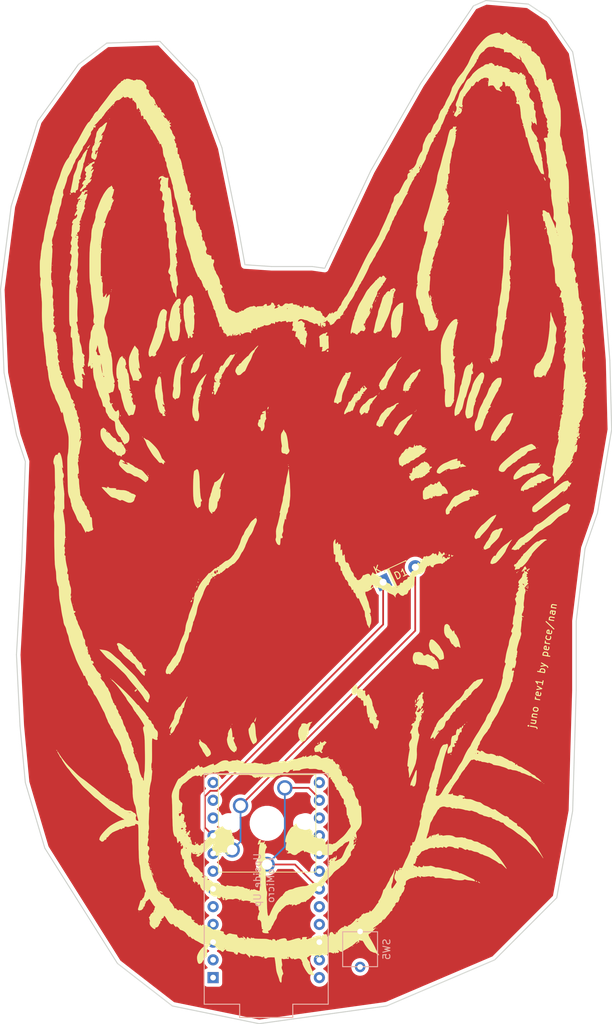
<source format=kicad_pcb>
(kicad_pcb (version 20171130) (host pcbnew "(5.1.5)-1")
  (layers (0 F.Cu signal) (31 B.Cu signal) (34 B.Paste user) (35 F.Paste user) (36 B.SilkS user) (37 F.SilkS user) (38 B.Mask user) (39 F.Mask user) (44 Edge.Cuts user))
  (net 0 "")
  (net 1 row0)
  (net 2 "Net-(D1-Pad2)")
  (net 3 col0)
  (net 4 RST)
  (net 5 GND)
  (net 6 "Net-(U1-Pad1)")
  (net 7 "Net-(U1-Pad2)")
  (net 8 "Net-(U1-Pad5)")
  (net 9 "Net-(U1-Pad6)")
  (net 10 "Net-(U1-Pad7)")
  (net 11 "Net-(U1-Pad8)")
  (net 12 "Net-(U1-Pad11)")
  (net 13 "Net-(U1-Pad12)")
  (net 14 "Net-(U1-Pad13)")
  (net 15 "Net-(U1-Pad14)")
  (net 16 "Net-(U1-Pad15)")
  (net 17 "Net-(U1-Pad16)")
  (net 18 "Net-(U1-Pad17)")
  (net 19 "Net-(U1-Pad20)")
  (net 20 VCC)
  (net 21 "Net-(U1-Pad24)")
  (net 22 "Net-(U1-Pad18)")
  (net 23 "Net-(U1-Pad10)")
  (module perce:junonoeye1 (layer F.Cu) (at 133.35 92.202)
    (fp_text reference G*** hide)
    (fp_text value LOGO hide)
  )
  (module perce:junoeye1 (layer F.Cu) (at 110.49 99.822)
    (fp_text reference G*** hide)
    (fp_text value LOGO hide)
  )
  (module promicro:ProMicro (layer B.Cu) (at 127.762 144.526 90)
    (fp_text reference U1 hide)
    (fp_text value ProMicro (at 0 0.635 90) (layer B.SilkS) (effects (justify mirror)))
    (fp_text user "Upside Up" (at 0 -1.27 90) (layer B.SilkS) (effects (justify mirror)))
    (pad 24 thru_hole circle (at -13.97 7.62 90) (size 1.6 1.6) (drill 0.82) (layers *.Cu *.Mask) (net 21 "Net-(U1-Pad24)"))
    (pad 23 thru_hole circle (at -11.43 7.62 90) (size 1.6 1.6) (drill 0.82) (layers *.Cu *.Mask) (net 5 GND))
    (pad 22 thru_hole circle (at -8.89 7.62 90) (size 1.6 1.6) (drill 0.82) (layers *.Cu *.Mask) (net 4 RST))
    (pad 21 thru_hole circle (at -6.35 7.62 90) (size 1.6 1.6) (drill 0.82) (layers *.Cu *.Mask) (net 20 VCC))
    (pad 20 thru_hole circle (at -3.81 7.62 90) (size 1.6 1.6) (drill 0.82) (layers *.Cu *.Mask) (net 19 "Net-(U1-Pad20)"))
    (pad 19 thru_hole circle (at -1.27 7.62 90) (size 1.6 1.6) (drill 0.82) (layers *.Cu *.Mask) (net 3 col0))
    (pad 18 thru_hole circle (at 1.27 7.62 90) (size 1.6 1.6) (drill 0.82) (layers *.Cu *.Mask) (net 22 "Net-(U1-Pad18)"))
    (pad 17 thru_hole circle (at 3.81 7.62 90) (size 1.6 1.6) (drill 0.82) (layers *.Cu *.Mask) (net 18 "Net-(U1-Pad17)"))
    (pad 16 thru_hole circle (at 6.35 7.62 90) (size 1.6 1.6) (drill 0.82) (layers *.Cu *.Mask) (net 17 "Net-(U1-Pad16)"))
    (pad 15 thru_hole circle (at 8.89 7.62 90) (size 1.6 1.6) (drill 0.82) (layers *.Cu *.Mask) (net 16 "Net-(U1-Pad15)"))
    (pad 14 thru_hole circle (at 11.43 7.62 90) (size 1.6 1.6) (drill 0.82) (layers *.Cu *.Mask) (net 15 "Net-(U1-Pad14)"))
    (pad 13 thru_hole circle (at 13.97 7.62 90) (size 1.6 1.6) (drill 0.82) (layers *.Cu *.Mask) (net 14 "Net-(U1-Pad13)"))
    (pad 12 thru_hole circle (at 13.97 -7.62 90) (size 1.6 1.6) (drill 0.82) (layers *.Cu *.Mask) (net 13 "Net-(U1-Pad12)"))
    (pad 11 thru_hole circle (at 11.43 -7.62 90) (size 1.6 1.6) (drill 0.82) (layers *.Cu *.Mask) (net 12 "Net-(U1-Pad11)"))
    (pad 10 thru_hole circle (at 8.89 -7.62 90) (size 1.6 1.6) (drill 0.82) (layers *.Cu *.Mask) (net 23 "Net-(U1-Pad10)"))
    (pad 9 thru_hole circle (at 6.35 -7.62 90) (size 1.6 1.6) (drill 0.82) (layers *.Cu *.Mask) (net 1 row0))
    (pad 8 thru_hole circle (at 3.81 -7.62 90) (size 1.6 1.6) (drill 0.82) (layers *.Cu *.Mask) (net 11 "Net-(U1-Pad8)"))
    (pad 7 thru_hole circle (at 1.27 -7.62 90) (size 1.6 1.6) (drill 0.82) (layers *.Cu *.Mask) (net 10 "Net-(U1-Pad7)"))
    (pad 6 thru_hole circle (at -1.27 -7.62 90) (size 1.6 1.6) (drill 0.82) (layers *.Cu *.Mask) (net 9 "Net-(U1-Pad6)"))
    (pad 5 thru_hole circle (at -3.81 -7.62 90) (size 1.6 1.6) (drill 0.82) (layers *.Cu *.Mask) (net 8 "Net-(U1-Pad5)"))
    (pad 4 thru_hole circle (at -6.35 -7.62 90) (size 1.6 1.6) (drill 0.82) (layers *.Cu *.Mask) (net 5 GND))
    (pad 3 thru_hole circle (at -8.89 -7.62 90) (size 1.6 1.6) (drill 0.82) (layers *.Cu *.Mask) (net 5 GND))
    (pad 2 thru_hole circle (at -11.43 -7.62 90) (size 1.6 1.6) (drill 0.82) (layers *.Cu *.Mask) (net 7 "Net-(U1-Pad2)"))
    (pad 1 thru_hole rect (at -13.97 -7.62 90) (size 1.6 1.6) (drill 0.82) (layers *.Cu *.Mask) (net 6 "Net-(U1-Pad1)"))
  )
  (module Diode_THT:D_T-1_P5.08mm_Horizontal (layer F.Cu) (at 144.526 101.854 25)
    (fp_text reference D1 (at 2.794 0 25) (layer F.SilkS))
    (fp_text value D_Small)
    (fp_text user K (at 0 -2 25) (layer F.SilkS))
    (pad 1 thru_hole rect (at 0 0 25) (size 2 2) (drill 1) (layers *.Cu *.Mask) (net 1 row0))
    (pad 2 thru_hole oval (at 5.08 0 25) (size 2 2) (drill 1) (layers *.Cu *.Mask) (net 2 "Net-(D1-Pad2)"))
  )
  (module library:SW_Cherry_MX1A_1.00u_PCB (layer F.Cu) (at 127.889 136.398)
    (fp_text reference SW1 (at 0 -7.874) (layer F.SilkS))
    (fp_text value SW_Push)
    (pad 1 thru_hole circle (at 2.54 -5.08) (size 2.2 2.2) (drill 1.5) (layers *.Cu *.Mask) (net 3 col0))
    (pad 2 thru_hole circle (at -3.81 -2.54) (size 2.2 2.2) (drill 1.5) (layers *.Cu *.Mask) (net 2 "Net-(D1-Pad2)"))
    (pad "" np_thru_hole circle (at 0 0) (size 4 4) (drill 4) (layers *.Cu *.Mask))
    (pad "" np_thru_hole circle (at -5.08 0) (size 1.7 1.7) (drill 1.7) (layers *.Cu *.Mask))
    (pad "" np_thru_hole circle (at 5.08 0) (size 1.7 1.7) (drill 1.7) (layers *.Cu *.Mask))
    (pad 1 thru_hole circle (at 0 5.9) (size 2.2 2.2) (drill 1.5) (layers *.Cu *.Mask) (net 3 col0))
    (pad 2 thru_hole circle (at -5 3.8) (size 2.2 2.2) (drill 1.5) (layers *.Cu *.Mask) (net 2 "Net-(D1-Pad2)"))
    (pad "" np_thru_hole circle (at 5.5 0) (size 1.9 1.9) (drill 1.9) (layers *.Cu *.Mask))
    (pad "" np_thru_hole circle (at -5.5 0) (size 1.9 1.9) (drill 1.9) (layers *.Cu *.Mask))
  )
  (module library:tact_switch_5mm (layer B.Cu) (at 141.224 154.432 270)
    (fp_text reference SW5 (at 0 -3.81 270) (layer B.SilkS) (effects (justify mirror)))
    (fp_text value SW_Push)
    (pad 1 thru_hole circle (at -2.54 0 270) (size 1.5 1.5) (drill 0.8) (layers *.Cu *.Mask) (net 4 RST))
    (pad 2 thru_hole circle (at 2.54 0 270) (size 1.5 1.5) (drill 0.8) (layers *.Cu *.Mask) (net 5 GND))
  )
  (gr_text "juno rev1 by perce/nan" (at 167.386 113.792 80) (layer F.SilkS) (effects (font (size 1 1))))
  (gr_line (start 173.482 97.028) (end 175.26 91.948) (layer Edge.Cuts) (width 0.15))
  (gr_line (start 172.212 107.442) (end 173.482 97.028) (layer Edge.Cuts) (width 0.15))
  (gr_line (start 172.212 117.348) (end 172.212 107.442) (layer Edge.Cuts) (width 0.15))
  (gr_line (start 171.704 134.62) (end 172.212 117.348) (layer Edge.Cuts) (width 0.15))
  (gr_line (start 93.218 84.582) (end 91.948 80.772) (layer Edge.Cuts) (width 0.15))
  (gr_line (start 92.71 98.552) (end 93.218 84.582) (layer Edge.Cuts) (width 0.15))
  (gr_line (start 91.948 112.268) (end 92.71 98.552) (layer Edge.Cuts) (width 0.15))
  (gr_line (start 92.456 122.428) (end 91.948 112.268) (layer Edge.Cuts) (width 0.15))
  (gr_line (start 93.218 130.556) (end 92.456 122.428) (layer Edge.Cuts) (width 0.15))
  (gr_line (start 96.012 139.954) (end 93.218 130.556) (layer Edge.Cuts) (width 0.15))
  (gr_line (start 106.426 156.464) (end 96.012 139.954) (layer Edge.Cuts) (width 0.15))
  (gr_line (start 114.3 162.56) (end 106.426 156.464) (layer Edge.Cuts) (width 0.15))
  (gr_line (start 126.746 165.1) (end 114.3 162.56) (layer Edge.Cuts) (width 0.15))
  (gr_line (start 145.034 162.56) (end 126.746 165.1) (layer Edge.Cuts) (width 0.15))
  (gr_line (start 160.528 155.956) (end 145.034 162.56) (layer Edge.Cuts) (width 0.15))
  (gr_line (start 169.418 147.066) (end 160.528 155.956) (layer Edge.Cuts) (width 0.15))
  (gr_line (start 171.704 134.62) (end 169.418 147.066) (layer Edge.Cuts) (width 0.15))
  (gr_line (start 177.292 80.01) (end 175.26 91.948) (layer Edge.Cuts) (width 0.15))
  (gr_line (start 177.038 70.104) (end 177.292 80.01) (layer Edge.Cuts) (width 0.15))
  (gr_line (start 176.276 60.706) (end 177.038 70.104) (layer Edge.Cuts) (width 0.15))
  (gr_line (start 175.514 52.07) (end 176.276 60.706) (layer Edge.Cuts) (width 0.15))
  (gr_line (start 173.736 37.084) (end 175.514 52.07) (layer Edge.Cuts) (width 0.15))
  (gr_line (start 171.704 25.908) (end 173.736 37.084) (layer Edge.Cuts) (width 0.15))
  (gr_line (start 168.402 21.082) (end 171.704 25.908) (layer Edge.Cuts) (width 0.15))
  (gr_line (start 165.354 19.05) (end 168.402 21.082) (layer Edge.Cuts) (width 0.15))
  (gr_line (start 159.258 18.542) (end 165.354 19.05) (layer Edge.Cuts) (width 0.15))
  (gr_line (start 157.48 19.304) (end 159.258 18.542) (layer Edge.Cuts) (width 0.15))
  (gr_line (start 149.86 30.48) (end 157.48 19.304) (layer Edge.Cuts) (width 0.15))
  (gr_line (start 142.748 42.926) (end 149.86 30.48) (layer Edge.Cuts) (width 0.15))
  (gr_line (start 136.144 56.896) (end 142.748 42.926) (layer Edge.Cuts) (width 0.15))
  (gr_line (start 134.366 56.642) (end 136.144 56.896) (layer Edge.Cuts) (width 0.15))
  (gr_line (start 128.524 56.642) (end 134.366 56.642) (layer Edge.Cuts) (width 0.15))
  (gr_line (start 124.714 56.388) (end 128.524 56.642) (layer Edge.Cuts) (width 0.15))
  (gr_line (start 123.698 50.8) (end 124.714 56.388) (layer Edge.Cuts) (width 0.15))
  (gr_line (start 121.412 39.624) (end 123.698 50.8) (layer Edge.Cuts) (width 0.15))
  (gr_line (start 117.856 29.972) (end 121.412 39.624) (layer Edge.Cuts) (width 0.15))
  (gr_line (start 112.522 24.384) (end 117.856 29.972) (layer Edge.Cuts) (width 0.15))
  (gr_line (start 104.902 24.638) (end 112.522 24.384) (layer Edge.Cuts) (width 0.15))
  (gr_line (start 100.838 27.686) (end 104.902 24.638) (layer Edge.Cuts) (width 0.15))
  (gr_line (start 94.996 35.814) (end 100.838 27.686) (layer Edge.Cuts) (width 0.15))
  (gr_line (start 91.186 48.006) (end 94.996 35.814) (layer Edge.Cuts) (width 0.15))
  (gr_line (start 89.662 59.944) (end 91.186 48.006) (layer Edge.Cuts) (width 0.15))
  (gr_line (start 90.17 71.882) (end 89.662 59.944) (layer Edge.Cuts) (width 0.15))
  (gr_line (start 91.948 80.772) (end 90.17 71.882) (layer Edge.Cuts) (width 0.15))
  (segment (start 119.342001 137.376001) (end 120.142 138.176) (width 0.254) (layer F.Cu) (net 1))
  (segment (start 118.960999 136.994999) (end 119.342001 137.376001) (width 0.254) (layer F.Cu) (net 1))
  (segment (start 119.753117 131.737001) (end 118.960999 132.529119) (width 0.254) (layer F.Cu) (net 1))
  (segment (start 120.708881 131.737001) (end 119.753117 131.737001) (width 0.254) (layer F.Cu) (net 1))
  (segment (start 118.960999 132.529119) (end 118.960999 136.994999) (width 0.254) (layer F.Cu) (net 1))
  (segment (start 144.526 107.919882) (end 120.708881 131.737001) (width 0.254) (layer F.Cu) (net 1))
  (segment (start 144.526 101.854) (end 144.526 107.919882) (width 0.254) (layer F.Cu) (net 1))
  (segment (start 122.889 140.198) (end 124.079 139.008) (width 0.254) (layer B.Cu) (net 2))
  (segment (start 124.079 139.008) (end 124.079 133.858) (width 0.254) (layer B.Cu) (net 2))
  (segment (start 149.130044 108.806956) (end 124.079 133.858) (width 0.254) (layer F.Cu) (net 2))
  (segment (start 149.130044 99.707099) (end 149.130044 108.806956) (width 0.254) (layer F.Cu) (net 2))
  (segment (start 130.429 139.758) (end 127.889 142.298) (width 0.254) (layer B.Cu) (net 3))
  (segment (start 130.429 131.318) (end 130.429 139.758) (width 0.254) (layer B.Cu) (net 3))
  (segment (start 133.858 131.318) (end 130.429 131.318) (width 0.254) (layer F.Cu) (net 3))
  (segment (start 135.636 133.096) (end 133.858 131.318) (width 0.254) (layer F.Cu) (net 3))
  (segment (start 131.884 142.298) (end 127.889 142.298) (width 0.254) (layer F.Cu) (net 3))
  (segment (start 135.382 145.796) (end 131.884 142.298) (width 0.254) (layer F.Cu) (net 3))
  (segment (start 139.7 153.416) (end 135.382 153.416) (width 0.254) (layer F.Cu) (net 4))
  (segment (start 141.224 151.892) (end 139.7 153.416) (width 0.254) (layer F.Cu) (net 4))
  (segment (start 135.89 140.716) (end 135.636 140.716) (width 0.254) (layer F.Cu) (net 18))
  (zone (net 0) (net_name "") (layer F.Cu) (connect_pads (clearance 0.508)) (min_thickness 0.254) (fill yes (arc_segments 32) (thermal_gap 0.508) (thermal_bridge_width 0.508))
    (polygon (pts (xy 165.354 19.05) (xy 168.402 21.082) (xy 171.704 25.908) (xy 173.736 37.084) (xy 177.038 69.85) (xy 177.292 80.01) (xy 175.26 91.948) (xy 173.482 97.028) (xy 172.212 107.188) (xy 171.704 134.62) (xy 169.418 147.066) (xy 160.528 155.956) (xy 145.034 162.56) (xy 126.746 165.1) (xy 114.3 162.56) (xy 106.426 156.464) (xy 96.012 139.954) (xy 93.218 130.556) (xy 92.456 122.174) (xy 91.948 112.268) (xy 93.218 84.328) (xy 91.948 80.772) (xy 90.17 71.882) (xy 89.662 59.944) (xy 91.186 47.752) (xy 94.996 35.814) (xy 100.838 27.686) (xy 104.902 24.638) (xy 112.522 24.384) (xy 117.856 29.972) (xy 121.412 39.624) (xy 124.714 56.388) (xy 128.27 56.642) (xy 134.62 56.642) (xy 136.144 56.896) (xy 142.748 42.926) (xy 149.86 30.48) (xy 157.48 19.304) (xy 159.258 18.542)))
  )
)
</source>
